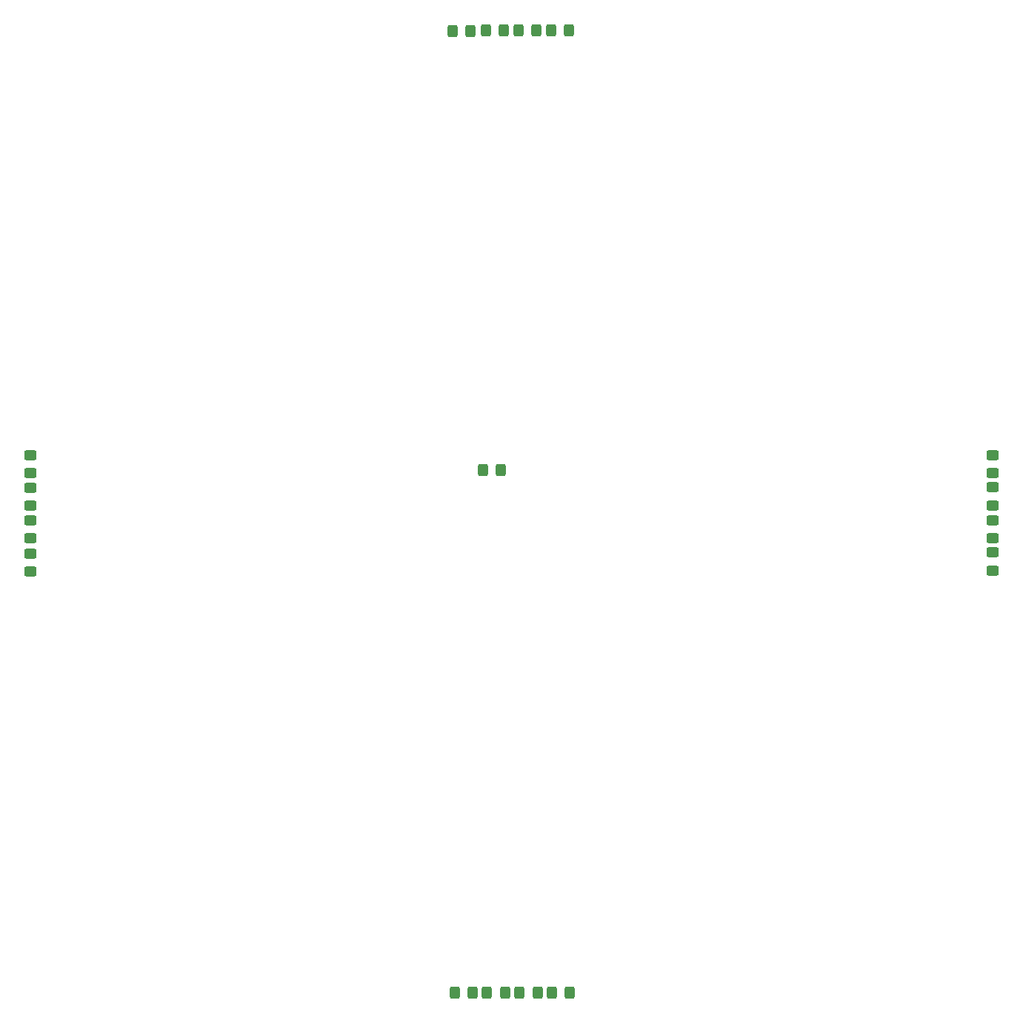
<source format=gbr>
%TF.GenerationSoftware,KiCad,Pcbnew,7.0.6*%
%TF.CreationDate,2023-08-11T13:22:00+02:00*%
%TF.ProjectId,MagLev,4d61674c-6576-42e6-9b69-6361645f7063,rev?*%
%TF.SameCoordinates,Original*%
%TF.FileFunction,Paste,Bot*%
%TF.FilePolarity,Positive*%
%FSLAX46Y46*%
G04 Gerber Fmt 4.6, Leading zero omitted, Abs format (unit mm)*
G04 Created by KiCad (PCBNEW 7.0.6) date 2023-08-11 13:22:00*
%MOMM*%
%LPD*%
G01*
G04 APERTURE LIST*
G04 Aperture macros list*
%AMRoundRect*
0 Rectangle with rounded corners*
0 $1 Rounding radius*
0 $2 $3 $4 $5 $6 $7 $8 $9 X,Y pos of 4 corners*
0 Add a 4 corners polygon primitive as box body*
4,1,4,$2,$3,$4,$5,$6,$7,$8,$9,$2,$3,0*
0 Add four circle primitives for the rounded corners*
1,1,$1+$1,$2,$3*
1,1,$1+$1,$4,$5*
1,1,$1+$1,$6,$7*
1,1,$1+$1,$8,$9*
0 Add four rect primitives between the rounded corners*
20,1,$1+$1,$2,$3,$4,$5,0*
20,1,$1+$1,$4,$5,$6,$7,0*
20,1,$1+$1,$6,$7,$8,$9,0*
20,1,$1+$1,$8,$9,$2,$3,0*%
G04 Aperture macros list end*
%ADD10RoundRect,0.250000X-0.450000X0.325000X-0.450000X-0.325000X0.450000X-0.325000X0.450000X0.325000X0*%
%ADD11RoundRect,0.250000X-0.325000X-0.450000X0.325000X-0.450000X0.325000X0.450000X-0.325000X0.450000X0*%
G04 APERTURE END LIST*
D10*
%TO.C,D18*%
X207400000Y-102575000D03*
X207400000Y-104625000D03*
%TD*%
%TO.C,D15*%
X97400000Y-95124999D03*
X97400000Y-97174999D03*
%TD*%
D11*
%TO.C,D13*%
X145650000Y-46600000D03*
X147700000Y-46600000D03*
%TD*%
%TO.C,Q16*%
X149125000Y-96850000D03*
X151175000Y-96850000D03*
%TD*%
%TO.C,D16*%
X153299998Y-156600000D03*
X155349998Y-156600000D03*
%TD*%
D10*
%TO.C,D19*%
X207400000Y-95125002D03*
X207400000Y-97175002D03*
%TD*%
D11*
%TO.C,D12*%
X153165000Y-46575000D03*
X155215000Y-46575000D03*
%TD*%
%TO.C,D25*%
X149574999Y-156600000D03*
X151624999Y-156600000D03*
%TD*%
%TO.C,D20*%
X156865000Y-46575000D03*
X158915000Y-46575000D03*
%TD*%
%TO.C,D17*%
X145875000Y-156600000D03*
X147925000Y-156600000D03*
%TD*%
D10*
%TO.C,D26*%
X207400000Y-106275000D03*
X207400000Y-108325000D03*
%TD*%
D11*
%TO.C,D24*%
X157000000Y-156600000D03*
X159050000Y-156600000D03*
%TD*%
D10*
%TO.C,D22*%
X97400000Y-106375001D03*
X97400000Y-108425001D03*
%TD*%
%TO.C,D23*%
X97400000Y-98875001D03*
X97400000Y-100925001D03*
%TD*%
D11*
%TO.C,D21*%
X149414999Y-46575000D03*
X151464999Y-46575000D03*
%TD*%
D10*
%TO.C,D14*%
X97400000Y-102600000D03*
X97400000Y-104650000D03*
%TD*%
%TO.C,D27*%
X207400000Y-98825002D03*
X207400000Y-100875002D03*
%TD*%
M02*

</source>
